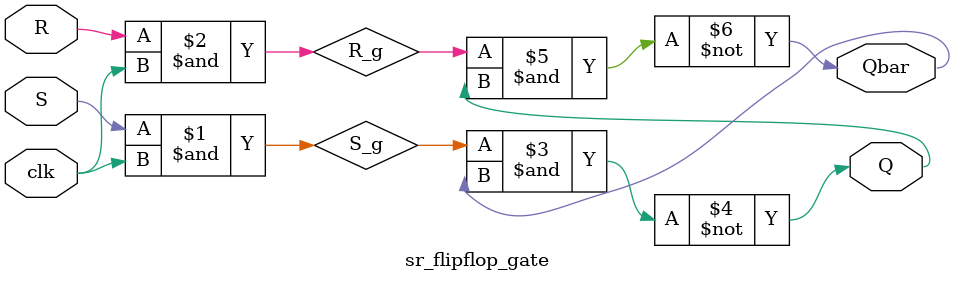
<source format=v>
module sr_flipflop_gate (
    input S, R, clk,
    output Q, Qbar
);
    wire S_g, R_g;

    and(S_g, S, clk);
    and(R_g, R, clk);
    nand(Q, S_g, Qbar);
    nand(Qbar, R_g, Q);
endmodule

</source>
